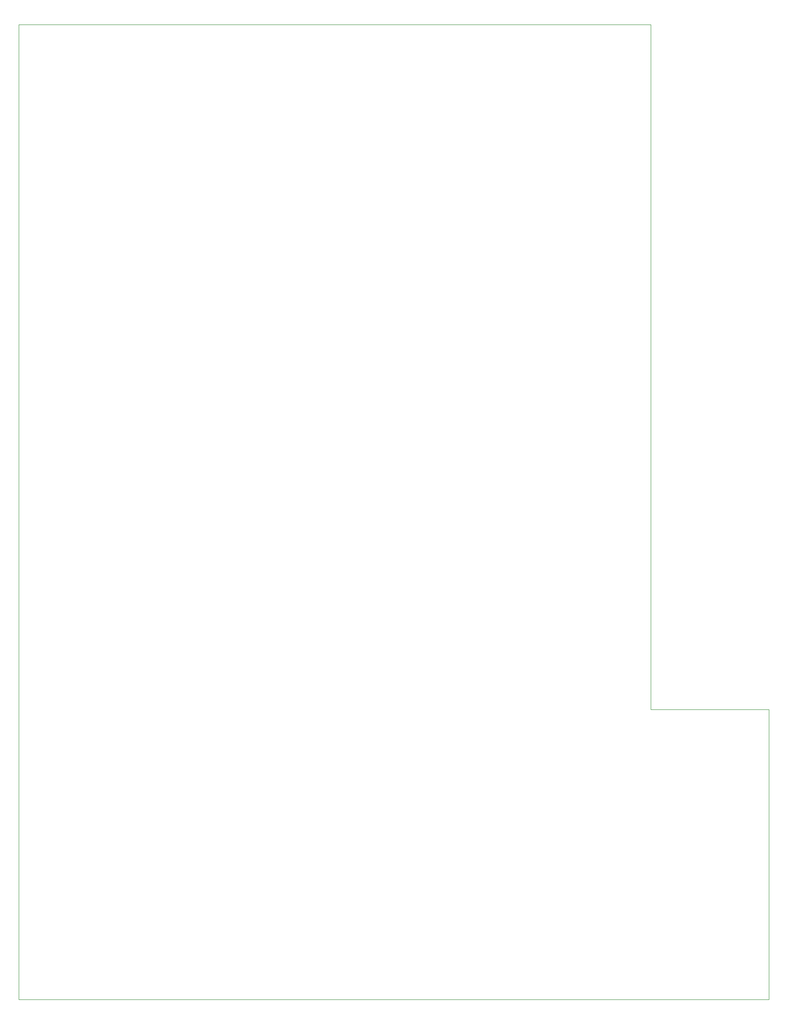
<source format=gm1>
%TF.GenerationSoftware,KiCad,Pcbnew,(5.1.9-0-10_14)*%
%TF.CreationDate,2021-08-05T14:32:20+02:00*%
%TF.ProjectId,MechanicalTheatre,4d656368-616e-4696-9361-6c5468656174,rev?*%
%TF.SameCoordinates,Original*%
%TF.FileFunction,Profile,NP*%
%FSLAX46Y46*%
G04 Gerber Fmt 4.6, Leading zero omitted, Abs format (unit mm)*
G04 Created by KiCad (PCBNEW (5.1.9-0-10_14)) date 2021-08-05 14:32:20*
%MOMM*%
%LPD*%
G01*
G04 APERTURE LIST*
%TA.AperFunction,Profile*%
%ADD10C,0.050000*%
%TD*%
G04 APERTURE END LIST*
D10*
X150000000Y-170000000D02*
X150000000Y-160000000D01*
X172500000Y-170000000D02*
X150000000Y-170000000D01*
X172500000Y-225000000D02*
X172500000Y-170000000D01*
X30000000Y-225000000D02*
X172500000Y-225000000D01*
X150000000Y-40000000D02*
X150000000Y-160000000D01*
X150000000Y-40000000D02*
X30000000Y-40000000D01*
X30000000Y-225000000D02*
X30000000Y-40000000D01*
M02*

</source>
